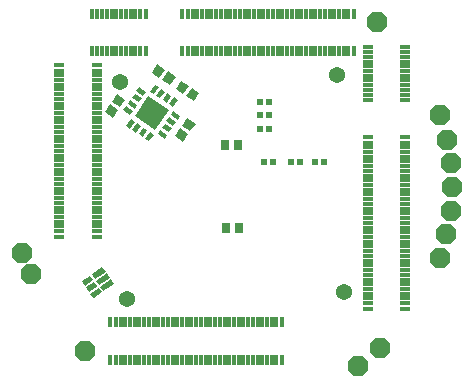
<source format=gts>
G75*
%MOIN*%
%OFA0B0*%
%FSLAX24Y24*%
%IPPOS*%
%LPD*%
%AMOC8*
5,1,8,0,0,1.08239X$1,22.5*
%
%ADD10C,0.0540*%
%ADD11R,0.0310X0.0340*%
%ADD12OC8,0.0670*%
%ADD13R,0.0190X0.0340*%
%ADD14R,0.0190X0.0440*%
%ADD15R,0.0335X0.0131*%
%ADD16R,0.0335X0.0178*%
%ADD17R,0.0131X0.0335*%
%ADD18R,0.0178X0.0335*%
%ADD19R,0.0210X0.0210*%
%ADD20R,0.0827X0.0827*%
%ADD21R,0.0280X0.0160*%
D10*
X007650Y007410D03*
X007410Y014650D03*
X014650Y014890D03*
X014890Y007650D03*
D11*
X011380Y009770D03*
X010960Y009770D03*
X010920Y012530D03*
X011340Y012530D03*
G36*
X009929Y013257D02*
X009756Y013001D01*
X009475Y013191D01*
X009648Y013447D01*
X009929Y013257D01*
G37*
G36*
X009694Y012909D02*
X009521Y012653D01*
X009240Y012843D01*
X009413Y013099D01*
X009694Y012909D01*
G37*
G36*
X009871Y014003D02*
X009615Y014176D01*
X009805Y014457D01*
X010061Y014284D01*
X009871Y014003D01*
G37*
G36*
X009523Y014238D02*
X009267Y014411D01*
X009457Y014692D01*
X009713Y014519D01*
X009523Y014238D01*
G37*
G36*
X009075Y014540D02*
X008819Y014713D01*
X009009Y014994D01*
X009265Y014821D01*
X009075Y014540D01*
G37*
G36*
X008727Y014775D02*
X008471Y014948D01*
X008661Y015229D01*
X008917Y015056D01*
X008727Y014775D01*
G37*
G36*
X007140Y013991D02*
X007313Y014247D01*
X007594Y014057D01*
X007421Y013801D01*
X007140Y013991D01*
G37*
G36*
X006906Y013643D02*
X007079Y013899D01*
X007360Y013709D01*
X007187Y013453D01*
X006906Y013643D01*
G37*
D12*
X006260Y005680D03*
X004450Y008250D03*
X004150Y008960D03*
X015350Y005180D03*
X016070Y005790D03*
X018090Y008790D03*
X018290Y009570D03*
X018430Y010350D03*
X018470Y011150D03*
X018430Y011930D03*
X018310Y012710D03*
X018090Y013530D03*
X015990Y016650D03*
D13*
G36*
X006388Y007639D02*
X006279Y007795D01*
X006556Y007989D01*
X006665Y007833D01*
X006388Y007639D01*
G37*
G36*
X006531Y007434D02*
X006422Y007590D01*
X006699Y007784D01*
X006808Y007628D01*
X006531Y007434D01*
G37*
G36*
X006244Y007843D02*
X006135Y007999D01*
X006412Y008193D01*
X006521Y008037D01*
X006244Y007843D01*
G37*
D14*
G36*
X006572Y008072D02*
X006463Y008228D01*
X006822Y008480D01*
X006931Y008324D01*
X006572Y008072D01*
G37*
G36*
X006715Y007868D02*
X006606Y008024D01*
X006965Y008276D01*
X007074Y008120D01*
X006715Y007868D01*
G37*
G36*
X006859Y007663D02*
X006750Y007819D01*
X007109Y008071D01*
X007218Y007915D01*
X006859Y007663D01*
G37*
D15*
X006634Y009673D03*
X006634Y009830D03*
X006634Y009988D03*
X006634Y010145D03*
X006634Y010303D03*
X006634Y010460D03*
X006634Y010618D03*
X006634Y010775D03*
X006634Y010933D03*
X006634Y011090D03*
X006634Y011248D03*
X006634Y011405D03*
X006634Y011563D03*
X006634Y011720D03*
X006634Y011878D03*
X006634Y012035D03*
X006634Y012193D03*
X006634Y012350D03*
X006634Y012507D03*
X006634Y012665D03*
X006634Y012822D03*
X006634Y012980D03*
X006634Y013137D03*
X006634Y013295D03*
X006634Y013452D03*
X006634Y013610D03*
X006634Y013767D03*
X006634Y013925D03*
X006634Y014082D03*
X006634Y014240D03*
X006634Y014397D03*
X006634Y014555D03*
X006634Y014712D03*
X006634Y014870D03*
X006634Y015027D03*
X005386Y015027D03*
X005386Y014870D03*
X005386Y014712D03*
X005386Y014555D03*
X005386Y014397D03*
X005386Y014240D03*
X005386Y014082D03*
X005386Y013925D03*
X005386Y013767D03*
X005386Y013610D03*
X005386Y013452D03*
X005386Y013295D03*
X005386Y013137D03*
X005386Y012980D03*
X005386Y012822D03*
X005386Y012665D03*
X005386Y012507D03*
X005386Y012350D03*
X005386Y012193D03*
X005386Y012035D03*
X005386Y011878D03*
X005386Y011720D03*
X005386Y011563D03*
X005386Y011405D03*
X005386Y011248D03*
X005386Y011090D03*
X005386Y010933D03*
X005386Y010775D03*
X005386Y010618D03*
X005386Y010460D03*
X005386Y010303D03*
X005386Y010145D03*
X005386Y009988D03*
X005386Y009830D03*
X005386Y009673D03*
X015666Y009635D03*
X015666Y009478D03*
X015666Y009320D03*
X015666Y009163D03*
X015666Y009005D03*
X015666Y008848D03*
X015666Y008690D03*
X015666Y008533D03*
X015666Y008375D03*
X015666Y008218D03*
X015666Y008060D03*
X015666Y007903D03*
X015666Y007745D03*
X015666Y007588D03*
X015666Y007430D03*
X015666Y007273D03*
X016914Y007273D03*
X016914Y007430D03*
X016914Y007588D03*
X016914Y007745D03*
X016914Y007903D03*
X016914Y008060D03*
X016914Y008218D03*
X016914Y008375D03*
X016914Y008533D03*
X016914Y008690D03*
X016914Y008848D03*
X016914Y009005D03*
X016914Y009163D03*
X016914Y009320D03*
X016914Y009478D03*
X016914Y009635D03*
X016914Y009793D03*
X016914Y009950D03*
X016914Y010107D03*
X016914Y010265D03*
X016914Y010422D03*
X016914Y010580D03*
X016914Y010737D03*
X016914Y010895D03*
X016914Y011052D03*
X016914Y011210D03*
X016914Y011367D03*
X016914Y011525D03*
X016914Y011682D03*
X016914Y011840D03*
X016914Y011997D03*
X016914Y012155D03*
X016914Y012312D03*
X016914Y012470D03*
X016914Y012627D03*
X015666Y012627D03*
X015666Y012470D03*
X015666Y012312D03*
X015666Y012155D03*
X015666Y011997D03*
X015666Y011840D03*
X015666Y011682D03*
X015666Y011525D03*
X015666Y011367D03*
X015666Y011210D03*
X015666Y011052D03*
X015666Y010895D03*
X015666Y010737D03*
X015666Y010580D03*
X015666Y010422D03*
X015666Y010265D03*
X015666Y010107D03*
X015666Y009950D03*
X015666Y009793D03*
X015666Y014221D03*
X015666Y014379D03*
X015666Y014536D03*
X015666Y014694D03*
X015666Y014851D03*
X015666Y015009D03*
X015666Y015166D03*
X015666Y015324D03*
X015666Y015481D03*
X015666Y015639D03*
X016914Y015639D03*
X016914Y015481D03*
X016914Y015324D03*
X016914Y015166D03*
X016914Y015009D03*
X016914Y014851D03*
X016914Y014694D03*
X016914Y014536D03*
X016914Y014379D03*
X016914Y014221D03*
D16*
X016914Y014034D03*
X016914Y012814D03*
X015666Y012814D03*
X015666Y014034D03*
X015666Y015826D03*
X016914Y015826D03*
X016914Y007086D03*
X015666Y007086D03*
X006634Y009486D03*
X005386Y009486D03*
X005386Y015214D03*
X006634Y015214D03*
D17*
X006661Y015666D03*
X006819Y015666D03*
X006976Y015666D03*
X007134Y015666D03*
X007291Y015666D03*
X007449Y015666D03*
X007606Y015666D03*
X007764Y015666D03*
X007921Y015666D03*
X008079Y015666D03*
X008079Y016914D03*
X007921Y016914D03*
X007764Y016914D03*
X007606Y016914D03*
X007449Y016914D03*
X007291Y016914D03*
X007134Y016914D03*
X006976Y016914D03*
X006819Y016914D03*
X006661Y016914D03*
X009673Y016914D03*
X009830Y016914D03*
X009988Y016914D03*
X010145Y016914D03*
X010303Y016914D03*
X010460Y016914D03*
X010618Y016914D03*
X010775Y016914D03*
X010933Y016914D03*
X011090Y016914D03*
X011248Y016914D03*
X011405Y016914D03*
X011563Y016914D03*
X011720Y016914D03*
X011878Y016914D03*
X012035Y016914D03*
X012193Y016914D03*
X012350Y016914D03*
X012507Y016914D03*
X012665Y016914D03*
X012822Y016914D03*
X012980Y016914D03*
X013137Y016914D03*
X013295Y016914D03*
X013452Y016914D03*
X013610Y016914D03*
X013767Y016914D03*
X013925Y016914D03*
X014082Y016914D03*
X014240Y016914D03*
X014397Y016914D03*
X014555Y016914D03*
X014712Y016914D03*
X014870Y016914D03*
X015027Y016914D03*
X015027Y015666D03*
X014870Y015666D03*
X014712Y015666D03*
X014555Y015666D03*
X014397Y015666D03*
X014240Y015666D03*
X014082Y015666D03*
X013925Y015666D03*
X013767Y015666D03*
X013610Y015666D03*
X013452Y015666D03*
X013295Y015666D03*
X013137Y015666D03*
X012980Y015666D03*
X012822Y015666D03*
X012665Y015666D03*
X012507Y015666D03*
X012350Y015666D03*
X012193Y015666D03*
X012035Y015666D03*
X011878Y015666D03*
X011720Y015666D03*
X011563Y015666D03*
X011405Y015666D03*
X011248Y015666D03*
X011090Y015666D03*
X010933Y015666D03*
X010775Y015666D03*
X010618Y015666D03*
X010460Y015666D03*
X010303Y015666D03*
X010145Y015666D03*
X009988Y015666D03*
X009830Y015666D03*
X009673Y015666D03*
X009635Y006634D03*
X009478Y006634D03*
X009320Y006634D03*
X009163Y006634D03*
X009005Y006634D03*
X008848Y006634D03*
X008690Y006634D03*
X008533Y006634D03*
X008375Y006634D03*
X008218Y006634D03*
X008060Y006634D03*
X007903Y006634D03*
X007745Y006634D03*
X007588Y006634D03*
X007430Y006634D03*
X007273Y006634D03*
X007273Y005386D03*
X007430Y005386D03*
X007588Y005386D03*
X007745Y005386D03*
X007903Y005386D03*
X008060Y005386D03*
X008218Y005386D03*
X008375Y005386D03*
X008533Y005386D03*
X008690Y005386D03*
X008848Y005386D03*
X009005Y005386D03*
X009163Y005386D03*
X009320Y005386D03*
X009478Y005386D03*
X009635Y005386D03*
X009793Y005386D03*
X009950Y005386D03*
X010107Y005386D03*
X010265Y005386D03*
X010422Y005386D03*
X010580Y005386D03*
X010737Y005386D03*
X010895Y005386D03*
X011052Y005386D03*
X011210Y005386D03*
X011367Y005386D03*
X011525Y005386D03*
X011682Y005386D03*
X011840Y005386D03*
X011997Y005386D03*
X012155Y005386D03*
X012312Y005386D03*
X012470Y005386D03*
X012627Y005386D03*
X012627Y006634D03*
X012470Y006634D03*
X012312Y006634D03*
X012155Y006634D03*
X011997Y006634D03*
X011840Y006634D03*
X011682Y006634D03*
X011525Y006634D03*
X011367Y006634D03*
X011210Y006634D03*
X011052Y006634D03*
X010895Y006634D03*
X010737Y006634D03*
X010580Y006634D03*
X010422Y006634D03*
X010265Y006634D03*
X010107Y006634D03*
X009950Y006634D03*
X009793Y006634D03*
D18*
X007086Y006634D03*
X007086Y005386D03*
X012814Y005386D03*
X012814Y006634D03*
X015214Y015666D03*
X015214Y016914D03*
X009486Y016914D03*
X008266Y016914D03*
X008266Y015666D03*
X009486Y015666D03*
X006474Y015666D03*
X006474Y016914D03*
D19*
X012075Y013990D03*
X012385Y013990D03*
X012385Y013530D03*
X012075Y013530D03*
X012075Y013070D03*
X012385Y013070D03*
X012525Y011990D03*
X012215Y011990D03*
X013095Y011990D03*
X013405Y011990D03*
X013895Y011990D03*
X014205Y011990D03*
D20*
G36*
X009043Y013721D02*
X008581Y013037D01*
X007897Y013499D01*
X008359Y014183D01*
X009043Y013721D01*
G37*
D21*
G36*
X009331Y014040D02*
X009176Y013809D01*
X009043Y013898D01*
X009198Y014129D01*
X009331Y014040D01*
G37*
G36*
X009119Y014183D02*
X008964Y013952D01*
X008831Y014041D01*
X008986Y014272D01*
X009119Y014183D01*
G37*
G36*
X008907Y014326D02*
X008752Y014095D01*
X008619Y014184D01*
X008774Y014415D01*
X008907Y014326D01*
G37*
G36*
X008695Y014469D02*
X008540Y014238D01*
X008407Y014327D01*
X008562Y014558D01*
X008695Y014469D01*
G37*
G36*
X008040Y014471D02*
X008271Y014316D01*
X008182Y014183D01*
X007951Y014338D01*
X008040Y014471D01*
G37*
G36*
X007897Y014259D02*
X008128Y014104D01*
X008039Y013971D01*
X007808Y014126D01*
X007897Y014259D01*
G37*
G36*
X007754Y014047D02*
X007985Y013892D01*
X007896Y013759D01*
X007665Y013914D01*
X007754Y014047D01*
G37*
G36*
X007611Y013835D02*
X007842Y013680D01*
X007753Y013547D01*
X007522Y013702D01*
X007611Y013835D01*
G37*
G36*
X007609Y013180D02*
X007764Y013411D01*
X007897Y013322D01*
X007742Y013091D01*
X007609Y013180D01*
G37*
G36*
X007821Y013037D02*
X007976Y013268D01*
X008109Y013179D01*
X007954Y012948D01*
X007821Y013037D01*
G37*
G36*
X008033Y012894D02*
X008188Y013125D01*
X008321Y013036D01*
X008166Y012805D01*
X008033Y012894D01*
G37*
G36*
X008245Y012751D02*
X008400Y012982D01*
X008533Y012893D01*
X008378Y012662D01*
X008245Y012751D01*
G37*
G36*
X008900Y012749D02*
X008669Y012904D01*
X008758Y013037D01*
X008989Y012882D01*
X008900Y012749D01*
G37*
G36*
X009043Y012961D02*
X008812Y013116D01*
X008901Y013249D01*
X009132Y013094D01*
X009043Y012961D01*
G37*
G36*
X009186Y013173D02*
X008955Y013328D01*
X009044Y013461D01*
X009275Y013306D01*
X009186Y013173D01*
G37*
G36*
X009329Y013385D02*
X009098Y013540D01*
X009187Y013673D01*
X009418Y013518D01*
X009329Y013385D01*
G37*
M02*

</source>
